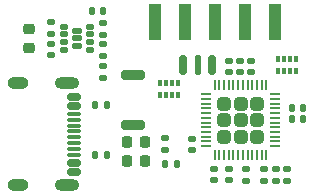
<source format=gbr>
%TF.GenerationSoftware,KiCad,Pcbnew,8.0.3*%
%TF.CreationDate,2024-06-28T03:43:35+08:00*%
%TF.ProjectId,hpm_dap,68706d5f-6461-4702-9e6b-696361645f70,rev?*%
%TF.SameCoordinates,Original*%
%TF.FileFunction,Paste,Top*%
%TF.FilePolarity,Positive*%
%FSLAX46Y46*%
G04 Gerber Fmt 4.6, Leading zero omitted, Abs format (unit mm)*
G04 Created by KiCad (PCBNEW 8.0.3) date 2024-06-28 03:43:35*
%MOMM*%
%LPD*%
G01*
G04 APERTURE LIST*
G04 Aperture macros list*
%AMRoundRect*
0 Rectangle with rounded corners*
0 $1 Rounding radius*
0 $2 $3 $4 $5 $6 $7 $8 $9 X,Y pos of 4 corners*
0 Add a 4 corners polygon primitive as box body*
4,1,4,$2,$3,$4,$5,$6,$7,$8,$9,$2,$3,0*
0 Add four circle primitives for the rounded corners*
1,1,$1+$1,$2,$3*
1,1,$1+$1,$4,$5*
1,1,$1+$1,$6,$7*
1,1,$1+$1,$8,$9*
0 Add four rect primitives between the rounded corners*
20,1,$1+$1,$2,$3,$4,$5,0*
20,1,$1+$1,$4,$5,$6,$7,0*
20,1,$1+$1,$6,$7,$8,$9,0*
20,1,$1+$1,$8,$9,$2,$3,0*%
G04 Aperture macros list end*
%ADD10RoundRect,0.140000X-0.170000X0.140000X-0.170000X-0.140000X0.170000X-0.140000X0.170000X0.140000X0*%
%ADD11RoundRect,0.050000X0.375000X-0.050000X0.375000X0.050000X-0.375000X0.050000X-0.375000X-0.050000X0*%
%ADD12RoundRect,0.050000X0.050000X-0.375000X0.050000X0.375000X-0.050000X0.375000X-0.050000X-0.375000X0*%
%ADD13RoundRect,0.250000X0.315000X-0.315000X0.315000X0.315000X-0.315000X0.315000X-0.315000X-0.315000X0*%
%ADD14RoundRect,0.140000X0.140000X0.170000X-0.140000X0.170000X-0.140000X-0.170000X0.140000X-0.170000X0*%
%ADD15RoundRect,0.135000X-0.185000X0.135000X-0.185000X-0.135000X0.185000X-0.135000X0.185000X0.135000X0*%
%ADD16RoundRect,0.140000X0.170000X-0.140000X0.170000X0.140000X-0.170000X0.140000X-0.170000X-0.140000X0*%
%ADD17RoundRect,0.135000X-0.135000X-0.185000X0.135000X-0.185000X0.135000X0.185000X-0.135000X0.185000X0*%
%ADD18RoundRect,0.162500X0.162500X0.687500X-0.162500X0.687500X-0.162500X-0.687500X0.162500X-0.687500X0*%
%ADD19RoundRect,0.125000X0.125000X0.725000X-0.125000X0.725000X-0.125000X-0.725000X0.125000X-0.725000X0*%
%ADD20RoundRect,0.218750X0.256250X-0.218750X0.256250X0.218750X-0.256250X0.218750X-0.256250X-0.218750X0*%
%ADD21RoundRect,0.200000X-0.800000X0.200000X-0.800000X-0.200000X0.800000X-0.200000X0.800000X0.200000X0*%
%ADD22RoundRect,0.140000X-0.140000X-0.170000X0.140000X-0.170000X0.140000X0.170000X-0.140000X0.170000X0*%
%ADD23R,0.320000X0.500000*%
%ADD24R,1.000000X3.100000*%
%ADD25RoundRect,0.125000X-0.187500X-0.125000X0.187500X-0.125000X0.187500X0.125000X-0.187500X0.125000X0*%
%ADD26RoundRect,0.127500X-0.317500X-0.127500X0.317500X-0.127500X0.317500X0.127500X-0.317500X0.127500X0*%
%ADD27RoundRect,0.147500X-0.172500X0.147500X-0.172500X-0.147500X0.172500X-0.147500X0.172500X0.147500X0*%
%ADD28O,1.800000X1.000000*%
%ADD29O,2.100000X1.000000*%
%ADD30RoundRect,0.150000X-0.425000X0.150000X-0.425000X-0.150000X0.425000X-0.150000X0.425000X0.150000X0*%
%ADD31RoundRect,0.075000X-0.500000X0.075000X-0.500000X-0.075000X0.500000X-0.075000X0.500000X0.075000X0*%
%ADD32RoundRect,0.135000X0.185000X-0.135000X0.185000X0.135000X-0.185000X0.135000X-0.185000X-0.135000X0*%
%ADD33RoundRect,0.218750X-0.218750X-0.256250X0.218750X-0.256250X0.218750X0.256250X-0.218750X0.256250X0*%
G04 APERTURE END LIST*
D10*
%TO.C,C23*%
X73253600Y-30402266D03*
X73253600Y-29442266D03*
%TD*%
D11*
%TO.C,U1*%
X71291200Y-36664800D03*
X71291200Y-36264800D03*
X71291200Y-35864800D03*
X71291200Y-35464800D03*
X71291200Y-35064800D03*
X71291200Y-34664800D03*
X71291200Y-34264800D03*
X71291200Y-33864800D03*
X71291200Y-33464800D03*
X71291200Y-33064800D03*
X71291200Y-32664800D03*
X71291200Y-32264800D03*
D12*
X72041200Y-31514800D03*
X72441200Y-31514800D03*
X72841200Y-31514800D03*
X73241200Y-31514800D03*
X73641200Y-31514800D03*
X74041200Y-31514800D03*
X74441200Y-31514800D03*
X74841200Y-31514800D03*
X75241200Y-31514800D03*
X75641200Y-31514800D03*
X76041200Y-31514800D03*
X76441200Y-31514800D03*
D11*
X77191200Y-32264800D03*
X77191200Y-32664800D03*
X77191200Y-33064800D03*
X77191200Y-33464800D03*
X77191200Y-33864800D03*
X77191200Y-34264800D03*
X77191200Y-34664800D03*
X77191200Y-35064800D03*
X77191200Y-35464800D03*
X77191200Y-35864800D03*
X77191200Y-36264800D03*
X77191200Y-36664800D03*
D12*
X76441200Y-37414800D03*
X76041200Y-37414800D03*
X75641200Y-37414800D03*
X75241200Y-37414800D03*
X74841200Y-37414800D03*
X74441200Y-37414800D03*
X74041200Y-37414800D03*
X73641200Y-37414800D03*
X73241200Y-37414800D03*
X72841200Y-37414800D03*
X72441200Y-37414800D03*
X72041200Y-37414800D03*
D13*
X75641200Y-33064800D03*
X74241200Y-33064800D03*
X72841200Y-33064800D03*
X75641200Y-34464800D03*
X74241200Y-34464800D03*
X72841200Y-34464800D03*
X75641200Y-35864800D03*
X74241200Y-35864800D03*
X72841200Y-35864800D03*
%TD*%
D10*
%TO.C,C19*%
X58232142Y-27153015D03*
X58232142Y-26193015D03*
%TD*%
D14*
%TO.C,C15*%
X78564800Y-33417200D03*
X79524800Y-33417200D03*
%TD*%
D15*
%TO.C,R9*%
X67868800Y-37015200D03*
X67868800Y-35995200D03*
%TD*%
D16*
%TO.C,C24*%
X73304400Y-38574800D03*
X73304400Y-39534800D03*
%TD*%
D17*
%TO.C,R8*%
X68836000Y-38150800D03*
X67816000Y-38150800D03*
%TD*%
D18*
%TO.C,X1*%
X69412000Y-29791200D03*
D19*
X70612000Y-29791200D03*
D18*
X71812000Y-29791200D03*
%TD*%
D20*
%TO.C,F1*%
X56337200Y-26746100D03*
X56337200Y-28321100D03*
%TD*%
D21*
%TO.C,SW1*%
X65176400Y-34866000D03*
X65176400Y-30666000D03*
%TD*%
D22*
%TO.C,C20*%
X62629700Y-25262582D03*
X61669700Y-25262582D03*
%TD*%
D15*
%TO.C,R1*%
X77216000Y-38584800D03*
X77216000Y-39604800D03*
%TD*%
%TO.C,R3*%
X62589700Y-27229600D03*
X62589700Y-26209600D03*
%TD*%
D23*
%TO.C,RN2*%
X77431200Y-29327600D03*
X77931200Y-29327600D03*
X78431200Y-29327600D03*
X78931200Y-29327600D03*
X78931200Y-30327600D03*
X78431200Y-30327600D03*
X77931200Y-30327600D03*
X77431200Y-30327600D03*
%TD*%
D24*
%TO.C,J2*%
X67030893Y-26182893D03*
X69570893Y-26182893D03*
X72110893Y-26182893D03*
X74650893Y-26182893D03*
X77190893Y-26182893D03*
%TD*%
D10*
%TO.C,C3*%
X72034400Y-39534800D03*
X72034400Y-38574800D03*
%TD*%
D25*
%TO.C,U2*%
X61463700Y-26558600D03*
X61463700Y-27208600D03*
X61463700Y-27858600D03*
X61463700Y-28508600D03*
X59338700Y-28508600D03*
X59338700Y-27858600D03*
X59338700Y-27208600D03*
X59338700Y-26558600D03*
D26*
X60401200Y-28163600D03*
X60401200Y-27533600D03*
X60401200Y-26903600D03*
%TD*%
D10*
%TO.C,C12*%
X78148880Y-38614800D03*
X78148880Y-39574800D03*
%TD*%
D15*
%TO.C,R5*%
X62585600Y-30888400D03*
X62585600Y-29868400D03*
%TD*%
D27*
%TO.C,L1*%
X74192932Y-30407266D03*
X74192932Y-29437266D03*
%TD*%
D14*
%TO.C,C16*%
X78564800Y-34340800D03*
X79524800Y-34340800D03*
%TD*%
D17*
%TO.C,R7*%
X62943200Y-37418893D03*
X61923200Y-37418893D03*
%TD*%
D28*
%TO.C,J1*%
X55410893Y-39988893D03*
D29*
X59590893Y-39988893D03*
D28*
X55410893Y-31348893D03*
D29*
X59590893Y-31348893D03*
D30*
X60165893Y-32468893D03*
X60165893Y-33268893D03*
D31*
X60165893Y-33918893D03*
X60165893Y-34918893D03*
X60165893Y-36418893D03*
X60165893Y-37418893D03*
D30*
X60165893Y-38068893D03*
X60165893Y-38868893D03*
X60165893Y-38868893D03*
X60165893Y-38068893D03*
D31*
X60165893Y-36918893D03*
X60165893Y-35918893D03*
X60165893Y-35418893D03*
X60165893Y-34418893D03*
D30*
X60165893Y-33268893D03*
X60165893Y-32468893D03*
%TD*%
D17*
%TO.C,R6*%
X62943200Y-33172400D03*
X61923200Y-33172400D03*
%TD*%
D10*
%TO.C,C7*%
X70104000Y-36985200D03*
X70104000Y-36025200D03*
%TD*%
D32*
%TO.C,R4*%
X74726800Y-38584800D03*
X74726800Y-39604800D03*
%TD*%
D15*
%TO.C,R2*%
X62589700Y-29009600D03*
X62589700Y-27989600D03*
%TD*%
D23*
%TO.C,RN1*%
X67423600Y-31351600D03*
X67923600Y-31351600D03*
X68423600Y-31351600D03*
X68923600Y-31351600D03*
X68923600Y-32351600D03*
X68423600Y-32351600D03*
X67923600Y-32351600D03*
X67423600Y-32351600D03*
%TD*%
D10*
%TO.C,C17*%
X76250800Y-39574800D03*
X76250800Y-38614800D03*
%TD*%
D33*
%TO.C,D5*%
X66192400Y-37896800D03*
X64617400Y-37896800D03*
%TD*%
D10*
%TO.C,C22*%
X75133200Y-30402266D03*
X75133200Y-29442266D03*
%TD*%
D16*
%TO.C,C21*%
X58232142Y-28016317D03*
X58232142Y-28976317D03*
%TD*%
D33*
%TO.C,D4*%
X66192400Y-36308400D03*
X64617400Y-36308400D03*
%TD*%
M02*

</source>
